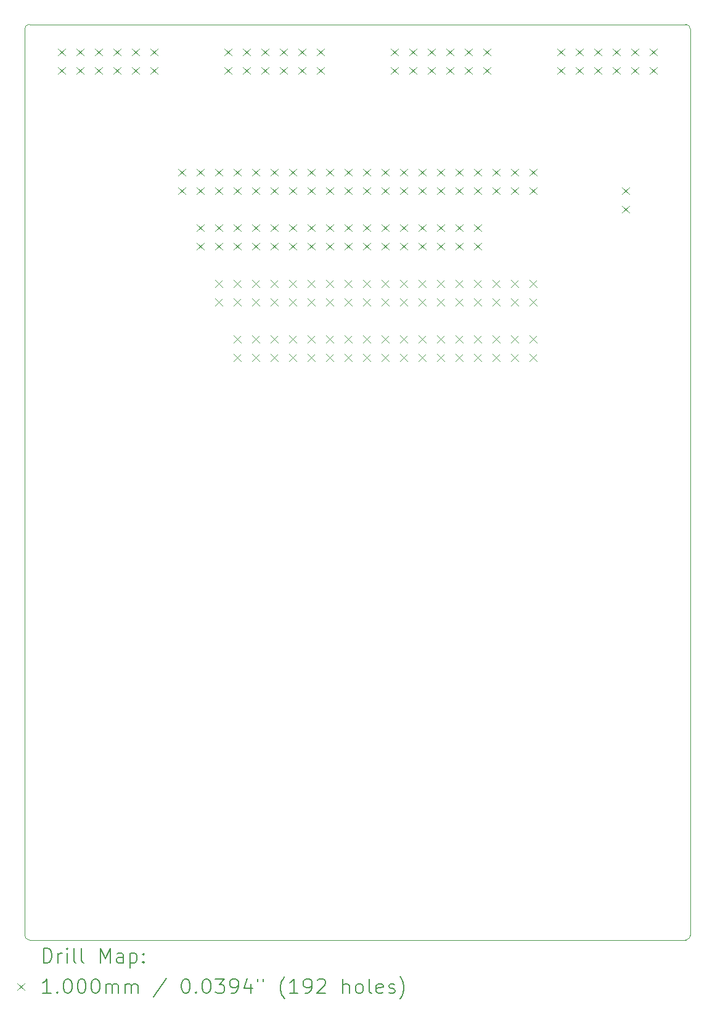
<source format=gbr>
%TF.GenerationSoftware,KiCad,Pcbnew,7.0.11-7.0.11~ubuntu20.04.1*%
%TF.CreationDate,2024-08-20T17:51:46+02:00*%
%TF.ProjectId,kicad-kria-pmod-alinx,6b696361-642d-46b7-9269-612d706d6f64,1.0*%
%TF.SameCoordinates,Original*%
%TF.FileFunction,Drillmap*%
%TF.FilePolarity,Positive*%
%FSLAX45Y45*%
G04 Gerber Fmt 4.5, Leading zero omitted, Abs format (unit mm)*
G04 Created by KiCad (PCBNEW 7.0.11-7.0.11~ubuntu20.04.1) date 2024-08-20 17:51:46*
%MOMM*%
%LPD*%
G01*
G04 APERTURE LIST*
%ADD10C,0.050000*%
%ADD11C,0.200000*%
%ADD12C,0.100000*%
G04 APERTURE END LIST*
D10*
X16193500Y-14986500D02*
G75*
G03*
X16257000Y-14923000I0J63500D01*
G01*
X7113000Y-14923000D02*
G75*
G03*
X7176500Y-14986500I63500J0D01*
G01*
X7176500Y-2413500D02*
G75*
G03*
X7113000Y-2477000I0J-63500D01*
G01*
X16257000Y-2477000D02*
G75*
G03*
X16193500Y-2413500I-63500J0D01*
G01*
X16193500Y-2413500D02*
X7176500Y-2413500D01*
X7176500Y-14986500D02*
X16193500Y-14986500D01*
X16257000Y-14923000D02*
X16257000Y-2477000D01*
X7113000Y-2477000D02*
X7113000Y-14923000D01*
D11*
D12*
X7570500Y-2744500D02*
X7670500Y-2844500D01*
X7670500Y-2744500D02*
X7570500Y-2844500D01*
X7570500Y-2998500D02*
X7670500Y-3098500D01*
X7670500Y-2998500D02*
X7570500Y-3098500D01*
X7824500Y-2744500D02*
X7924500Y-2844500D01*
X7924500Y-2744500D02*
X7824500Y-2844500D01*
X7824500Y-2998500D02*
X7924500Y-3098500D01*
X7924500Y-2998500D02*
X7824500Y-3098500D01*
X8078500Y-2744500D02*
X8178500Y-2844500D01*
X8178500Y-2744500D02*
X8078500Y-2844500D01*
X8078500Y-2998500D02*
X8178500Y-3098500D01*
X8178500Y-2998500D02*
X8078500Y-3098500D01*
X8332500Y-2744500D02*
X8432500Y-2844500D01*
X8432500Y-2744500D02*
X8332500Y-2844500D01*
X8332500Y-2998500D02*
X8432500Y-3098500D01*
X8432500Y-2998500D02*
X8332500Y-3098500D01*
X8586500Y-2744500D02*
X8686500Y-2844500D01*
X8686500Y-2744500D02*
X8586500Y-2844500D01*
X8586500Y-2998500D02*
X8686500Y-3098500D01*
X8686500Y-2998500D02*
X8586500Y-3098500D01*
X8840500Y-2744500D02*
X8940500Y-2844500D01*
X8940500Y-2744500D02*
X8840500Y-2844500D01*
X8840500Y-2998500D02*
X8940500Y-3098500D01*
X8940500Y-2998500D02*
X8840500Y-3098500D01*
X9222000Y-4395500D02*
X9322000Y-4495500D01*
X9322000Y-4395500D02*
X9222000Y-4495500D01*
X9222000Y-4649500D02*
X9322000Y-4749500D01*
X9322000Y-4649500D02*
X9222000Y-4749500D01*
X9476000Y-4395500D02*
X9576000Y-4495500D01*
X9576000Y-4395500D02*
X9476000Y-4495500D01*
X9476000Y-4649500D02*
X9576000Y-4749500D01*
X9576000Y-4649500D02*
X9476000Y-4749500D01*
X9476000Y-5157500D02*
X9576000Y-5257500D01*
X9576000Y-5157500D02*
X9476000Y-5257500D01*
X9476000Y-5411500D02*
X9576000Y-5511500D01*
X9576000Y-5411500D02*
X9476000Y-5511500D01*
X9730000Y-4395500D02*
X9830000Y-4495500D01*
X9830000Y-4395500D02*
X9730000Y-4495500D01*
X9730000Y-4649500D02*
X9830000Y-4749500D01*
X9830000Y-4649500D02*
X9730000Y-4749500D01*
X9730000Y-5157500D02*
X9830000Y-5257500D01*
X9830000Y-5157500D02*
X9730000Y-5257500D01*
X9730000Y-5411500D02*
X9830000Y-5511500D01*
X9830000Y-5411500D02*
X9730000Y-5511500D01*
X9730000Y-5920000D02*
X9830000Y-6020000D01*
X9830000Y-5920000D02*
X9730000Y-6020000D01*
X9730000Y-6174000D02*
X9830000Y-6274000D01*
X9830000Y-6174000D02*
X9730000Y-6274000D01*
X9856500Y-2744500D02*
X9956500Y-2844500D01*
X9956500Y-2744500D02*
X9856500Y-2844500D01*
X9856500Y-2998500D02*
X9956500Y-3098500D01*
X9956500Y-2998500D02*
X9856500Y-3098500D01*
X9984000Y-4395500D02*
X10084000Y-4495500D01*
X10084000Y-4395500D02*
X9984000Y-4495500D01*
X9984000Y-4649500D02*
X10084000Y-4749500D01*
X10084000Y-4649500D02*
X9984000Y-4749500D01*
X9984000Y-5157500D02*
X10084000Y-5257500D01*
X10084000Y-5157500D02*
X9984000Y-5257500D01*
X9984000Y-5411500D02*
X10084000Y-5511500D01*
X10084000Y-5411500D02*
X9984000Y-5511500D01*
X9984000Y-5920000D02*
X10084000Y-6020000D01*
X10084000Y-5920000D02*
X9984000Y-6020000D01*
X9984000Y-6174000D02*
X10084000Y-6274000D01*
X10084000Y-6174000D02*
X9984000Y-6274000D01*
X9984000Y-6682000D02*
X10084000Y-6782000D01*
X10084000Y-6682000D02*
X9984000Y-6782000D01*
X9984000Y-6936000D02*
X10084000Y-7036000D01*
X10084000Y-6936000D02*
X9984000Y-7036000D01*
X10110500Y-2744500D02*
X10210500Y-2844500D01*
X10210500Y-2744500D02*
X10110500Y-2844500D01*
X10110500Y-2998500D02*
X10210500Y-3098500D01*
X10210500Y-2998500D02*
X10110500Y-3098500D01*
X10238000Y-4395500D02*
X10338000Y-4495500D01*
X10338000Y-4395500D02*
X10238000Y-4495500D01*
X10238000Y-4649500D02*
X10338000Y-4749500D01*
X10338000Y-4649500D02*
X10238000Y-4749500D01*
X10238000Y-5157500D02*
X10338000Y-5257500D01*
X10338000Y-5157500D02*
X10238000Y-5257500D01*
X10238000Y-5411500D02*
X10338000Y-5511500D01*
X10338000Y-5411500D02*
X10238000Y-5511500D01*
X10238000Y-5920000D02*
X10338000Y-6020000D01*
X10338000Y-5920000D02*
X10238000Y-6020000D01*
X10238000Y-6174000D02*
X10338000Y-6274000D01*
X10338000Y-6174000D02*
X10238000Y-6274000D01*
X10238000Y-6682000D02*
X10338000Y-6782000D01*
X10338000Y-6682000D02*
X10238000Y-6782000D01*
X10238000Y-6936000D02*
X10338000Y-7036000D01*
X10338000Y-6936000D02*
X10238000Y-7036000D01*
X10364500Y-2744500D02*
X10464500Y-2844500D01*
X10464500Y-2744500D02*
X10364500Y-2844500D01*
X10364500Y-2998500D02*
X10464500Y-3098500D01*
X10464500Y-2998500D02*
X10364500Y-3098500D01*
X10492000Y-4395500D02*
X10592000Y-4495500D01*
X10592000Y-4395500D02*
X10492000Y-4495500D01*
X10492000Y-4649500D02*
X10592000Y-4749500D01*
X10592000Y-4649500D02*
X10492000Y-4749500D01*
X10492000Y-5157500D02*
X10592000Y-5257500D01*
X10592000Y-5157500D02*
X10492000Y-5257500D01*
X10492000Y-5411500D02*
X10592000Y-5511500D01*
X10592000Y-5411500D02*
X10492000Y-5511500D01*
X10492000Y-5920000D02*
X10592000Y-6020000D01*
X10592000Y-5920000D02*
X10492000Y-6020000D01*
X10492000Y-6174000D02*
X10592000Y-6274000D01*
X10592000Y-6174000D02*
X10492000Y-6274000D01*
X10492000Y-6682000D02*
X10592000Y-6782000D01*
X10592000Y-6682000D02*
X10492000Y-6782000D01*
X10492000Y-6936000D02*
X10592000Y-7036000D01*
X10592000Y-6936000D02*
X10492000Y-7036000D01*
X10618500Y-2744500D02*
X10718500Y-2844500D01*
X10718500Y-2744500D02*
X10618500Y-2844500D01*
X10618500Y-2998500D02*
X10718500Y-3098500D01*
X10718500Y-2998500D02*
X10618500Y-3098500D01*
X10746000Y-4395500D02*
X10846000Y-4495500D01*
X10846000Y-4395500D02*
X10746000Y-4495500D01*
X10746000Y-4649500D02*
X10846000Y-4749500D01*
X10846000Y-4649500D02*
X10746000Y-4749500D01*
X10746000Y-5157500D02*
X10846000Y-5257500D01*
X10846000Y-5157500D02*
X10746000Y-5257500D01*
X10746000Y-5411500D02*
X10846000Y-5511500D01*
X10846000Y-5411500D02*
X10746000Y-5511500D01*
X10746000Y-5920000D02*
X10846000Y-6020000D01*
X10846000Y-5920000D02*
X10746000Y-6020000D01*
X10746000Y-6174000D02*
X10846000Y-6274000D01*
X10846000Y-6174000D02*
X10746000Y-6274000D01*
X10746000Y-6682000D02*
X10846000Y-6782000D01*
X10846000Y-6682000D02*
X10746000Y-6782000D01*
X10746000Y-6936000D02*
X10846000Y-7036000D01*
X10846000Y-6936000D02*
X10746000Y-7036000D01*
X10872500Y-2744500D02*
X10972500Y-2844500D01*
X10972500Y-2744500D02*
X10872500Y-2844500D01*
X10872500Y-2998500D02*
X10972500Y-3098500D01*
X10972500Y-2998500D02*
X10872500Y-3098500D01*
X11000000Y-4395500D02*
X11100000Y-4495500D01*
X11100000Y-4395500D02*
X11000000Y-4495500D01*
X11000000Y-4649500D02*
X11100000Y-4749500D01*
X11100000Y-4649500D02*
X11000000Y-4749500D01*
X11000000Y-5157500D02*
X11100000Y-5257500D01*
X11100000Y-5157500D02*
X11000000Y-5257500D01*
X11000000Y-5411500D02*
X11100000Y-5511500D01*
X11100000Y-5411500D02*
X11000000Y-5511500D01*
X11000000Y-5920000D02*
X11100000Y-6020000D01*
X11100000Y-5920000D02*
X11000000Y-6020000D01*
X11000000Y-6174000D02*
X11100000Y-6274000D01*
X11100000Y-6174000D02*
X11000000Y-6274000D01*
X11000000Y-6682000D02*
X11100000Y-6782000D01*
X11100000Y-6682000D02*
X11000000Y-6782000D01*
X11000000Y-6936000D02*
X11100000Y-7036000D01*
X11100000Y-6936000D02*
X11000000Y-7036000D01*
X11126500Y-2744500D02*
X11226500Y-2844500D01*
X11226500Y-2744500D02*
X11126500Y-2844500D01*
X11126500Y-2998500D02*
X11226500Y-3098500D01*
X11226500Y-2998500D02*
X11126500Y-3098500D01*
X11254000Y-4395500D02*
X11354000Y-4495500D01*
X11354000Y-4395500D02*
X11254000Y-4495500D01*
X11254000Y-4649500D02*
X11354000Y-4749500D01*
X11354000Y-4649500D02*
X11254000Y-4749500D01*
X11254000Y-5157500D02*
X11354000Y-5257500D01*
X11354000Y-5157500D02*
X11254000Y-5257500D01*
X11254000Y-5411500D02*
X11354000Y-5511500D01*
X11354000Y-5411500D02*
X11254000Y-5511500D01*
X11254000Y-5920000D02*
X11354000Y-6020000D01*
X11354000Y-5920000D02*
X11254000Y-6020000D01*
X11254000Y-6174000D02*
X11354000Y-6274000D01*
X11354000Y-6174000D02*
X11254000Y-6274000D01*
X11254000Y-6682000D02*
X11354000Y-6782000D01*
X11354000Y-6682000D02*
X11254000Y-6782000D01*
X11254000Y-6936000D02*
X11354000Y-7036000D01*
X11354000Y-6936000D02*
X11254000Y-7036000D01*
X11508000Y-4395500D02*
X11608000Y-4495500D01*
X11608000Y-4395500D02*
X11508000Y-4495500D01*
X11508000Y-4649500D02*
X11608000Y-4749500D01*
X11608000Y-4649500D02*
X11508000Y-4749500D01*
X11508000Y-5157500D02*
X11608000Y-5257500D01*
X11608000Y-5157500D02*
X11508000Y-5257500D01*
X11508000Y-5411500D02*
X11608000Y-5511500D01*
X11608000Y-5411500D02*
X11508000Y-5511500D01*
X11508000Y-5920000D02*
X11608000Y-6020000D01*
X11608000Y-5920000D02*
X11508000Y-6020000D01*
X11508000Y-6174000D02*
X11608000Y-6274000D01*
X11608000Y-6174000D02*
X11508000Y-6274000D01*
X11508000Y-6682000D02*
X11608000Y-6782000D01*
X11608000Y-6682000D02*
X11508000Y-6782000D01*
X11508000Y-6936000D02*
X11608000Y-7036000D01*
X11608000Y-6936000D02*
X11508000Y-7036000D01*
X11762000Y-4395500D02*
X11862000Y-4495500D01*
X11862000Y-4395500D02*
X11762000Y-4495500D01*
X11762000Y-4649500D02*
X11862000Y-4749500D01*
X11862000Y-4649500D02*
X11762000Y-4749500D01*
X11762000Y-5157500D02*
X11862000Y-5257500D01*
X11862000Y-5157500D02*
X11762000Y-5257500D01*
X11762000Y-5411500D02*
X11862000Y-5511500D01*
X11862000Y-5411500D02*
X11762000Y-5511500D01*
X11762000Y-5920000D02*
X11862000Y-6020000D01*
X11862000Y-5920000D02*
X11762000Y-6020000D01*
X11762000Y-6174000D02*
X11862000Y-6274000D01*
X11862000Y-6174000D02*
X11762000Y-6274000D01*
X11762000Y-6682000D02*
X11862000Y-6782000D01*
X11862000Y-6682000D02*
X11762000Y-6782000D01*
X11762000Y-6936000D02*
X11862000Y-7036000D01*
X11862000Y-6936000D02*
X11762000Y-7036000D01*
X12016000Y-4395500D02*
X12116000Y-4495500D01*
X12116000Y-4395500D02*
X12016000Y-4495500D01*
X12016000Y-4649500D02*
X12116000Y-4749500D01*
X12116000Y-4649500D02*
X12016000Y-4749500D01*
X12016000Y-5157500D02*
X12116000Y-5257500D01*
X12116000Y-5157500D02*
X12016000Y-5257500D01*
X12016000Y-5411500D02*
X12116000Y-5511500D01*
X12116000Y-5411500D02*
X12016000Y-5511500D01*
X12016000Y-5920000D02*
X12116000Y-6020000D01*
X12116000Y-5920000D02*
X12016000Y-6020000D01*
X12016000Y-6174000D02*
X12116000Y-6274000D01*
X12116000Y-6174000D02*
X12016000Y-6274000D01*
X12016000Y-6682000D02*
X12116000Y-6782000D01*
X12116000Y-6682000D02*
X12016000Y-6782000D01*
X12016000Y-6936000D02*
X12116000Y-7036000D01*
X12116000Y-6936000D02*
X12016000Y-7036000D01*
X12142500Y-2744500D02*
X12242500Y-2844500D01*
X12242500Y-2744500D02*
X12142500Y-2844500D01*
X12142500Y-2998500D02*
X12242500Y-3098500D01*
X12242500Y-2998500D02*
X12142500Y-3098500D01*
X12270000Y-4395500D02*
X12370000Y-4495500D01*
X12370000Y-4395500D02*
X12270000Y-4495500D01*
X12270000Y-4649500D02*
X12370000Y-4749500D01*
X12370000Y-4649500D02*
X12270000Y-4749500D01*
X12270000Y-5157500D02*
X12370000Y-5257500D01*
X12370000Y-5157500D02*
X12270000Y-5257500D01*
X12270000Y-5411500D02*
X12370000Y-5511500D01*
X12370000Y-5411500D02*
X12270000Y-5511500D01*
X12270000Y-5920000D02*
X12370000Y-6020000D01*
X12370000Y-5920000D02*
X12270000Y-6020000D01*
X12270000Y-6174000D02*
X12370000Y-6274000D01*
X12370000Y-6174000D02*
X12270000Y-6274000D01*
X12270000Y-6682000D02*
X12370000Y-6782000D01*
X12370000Y-6682000D02*
X12270000Y-6782000D01*
X12270000Y-6936000D02*
X12370000Y-7036000D01*
X12370000Y-6936000D02*
X12270000Y-7036000D01*
X12396500Y-2744500D02*
X12496500Y-2844500D01*
X12496500Y-2744500D02*
X12396500Y-2844500D01*
X12396500Y-2998500D02*
X12496500Y-3098500D01*
X12496500Y-2998500D02*
X12396500Y-3098500D01*
X12524000Y-4395500D02*
X12624000Y-4495500D01*
X12624000Y-4395500D02*
X12524000Y-4495500D01*
X12524000Y-4649500D02*
X12624000Y-4749500D01*
X12624000Y-4649500D02*
X12524000Y-4749500D01*
X12524000Y-5157500D02*
X12624000Y-5257500D01*
X12624000Y-5157500D02*
X12524000Y-5257500D01*
X12524000Y-5411500D02*
X12624000Y-5511500D01*
X12624000Y-5411500D02*
X12524000Y-5511500D01*
X12524000Y-5920000D02*
X12624000Y-6020000D01*
X12624000Y-5920000D02*
X12524000Y-6020000D01*
X12524000Y-6174000D02*
X12624000Y-6274000D01*
X12624000Y-6174000D02*
X12524000Y-6274000D01*
X12524000Y-6682000D02*
X12624000Y-6782000D01*
X12624000Y-6682000D02*
X12524000Y-6782000D01*
X12524000Y-6936000D02*
X12624000Y-7036000D01*
X12624000Y-6936000D02*
X12524000Y-7036000D01*
X12650500Y-2744500D02*
X12750500Y-2844500D01*
X12750500Y-2744500D02*
X12650500Y-2844500D01*
X12650500Y-2998500D02*
X12750500Y-3098500D01*
X12750500Y-2998500D02*
X12650500Y-3098500D01*
X12778000Y-4395500D02*
X12878000Y-4495500D01*
X12878000Y-4395500D02*
X12778000Y-4495500D01*
X12778000Y-4649500D02*
X12878000Y-4749500D01*
X12878000Y-4649500D02*
X12778000Y-4749500D01*
X12778000Y-5157500D02*
X12878000Y-5257500D01*
X12878000Y-5157500D02*
X12778000Y-5257500D01*
X12778000Y-5411500D02*
X12878000Y-5511500D01*
X12878000Y-5411500D02*
X12778000Y-5511500D01*
X12778000Y-5920000D02*
X12878000Y-6020000D01*
X12878000Y-5920000D02*
X12778000Y-6020000D01*
X12778000Y-6174000D02*
X12878000Y-6274000D01*
X12878000Y-6174000D02*
X12778000Y-6274000D01*
X12778000Y-6682000D02*
X12878000Y-6782000D01*
X12878000Y-6682000D02*
X12778000Y-6782000D01*
X12778000Y-6936000D02*
X12878000Y-7036000D01*
X12878000Y-6936000D02*
X12778000Y-7036000D01*
X12904500Y-2744500D02*
X13004500Y-2844500D01*
X13004500Y-2744500D02*
X12904500Y-2844500D01*
X12904500Y-2998500D02*
X13004500Y-3098500D01*
X13004500Y-2998500D02*
X12904500Y-3098500D01*
X13032000Y-4395500D02*
X13132000Y-4495500D01*
X13132000Y-4395500D02*
X13032000Y-4495500D01*
X13032000Y-4649500D02*
X13132000Y-4749500D01*
X13132000Y-4649500D02*
X13032000Y-4749500D01*
X13032000Y-5157500D02*
X13132000Y-5257500D01*
X13132000Y-5157500D02*
X13032000Y-5257500D01*
X13032000Y-5411500D02*
X13132000Y-5511500D01*
X13132000Y-5411500D02*
X13032000Y-5511500D01*
X13032000Y-5920000D02*
X13132000Y-6020000D01*
X13132000Y-5920000D02*
X13032000Y-6020000D01*
X13032000Y-6174000D02*
X13132000Y-6274000D01*
X13132000Y-6174000D02*
X13032000Y-6274000D01*
X13032000Y-6682000D02*
X13132000Y-6782000D01*
X13132000Y-6682000D02*
X13032000Y-6782000D01*
X13032000Y-6936000D02*
X13132000Y-7036000D01*
X13132000Y-6936000D02*
X13032000Y-7036000D01*
X13158500Y-2744500D02*
X13258500Y-2844500D01*
X13258500Y-2744500D02*
X13158500Y-2844500D01*
X13158500Y-2998500D02*
X13258500Y-3098500D01*
X13258500Y-2998500D02*
X13158500Y-3098500D01*
X13286000Y-4395500D02*
X13386000Y-4495500D01*
X13386000Y-4395500D02*
X13286000Y-4495500D01*
X13286000Y-4649500D02*
X13386000Y-4749500D01*
X13386000Y-4649500D02*
X13286000Y-4749500D01*
X13286000Y-5157500D02*
X13386000Y-5257500D01*
X13386000Y-5157500D02*
X13286000Y-5257500D01*
X13286000Y-5411500D02*
X13386000Y-5511500D01*
X13386000Y-5411500D02*
X13286000Y-5511500D01*
X13286000Y-5920000D02*
X13386000Y-6020000D01*
X13386000Y-5920000D02*
X13286000Y-6020000D01*
X13286000Y-6174000D02*
X13386000Y-6274000D01*
X13386000Y-6174000D02*
X13286000Y-6274000D01*
X13286000Y-6682000D02*
X13386000Y-6782000D01*
X13386000Y-6682000D02*
X13286000Y-6782000D01*
X13286000Y-6936000D02*
X13386000Y-7036000D01*
X13386000Y-6936000D02*
X13286000Y-7036000D01*
X13412500Y-2744500D02*
X13512500Y-2844500D01*
X13512500Y-2744500D02*
X13412500Y-2844500D01*
X13412500Y-2998500D02*
X13512500Y-3098500D01*
X13512500Y-2998500D02*
X13412500Y-3098500D01*
X13540000Y-4395500D02*
X13640000Y-4495500D01*
X13640000Y-4395500D02*
X13540000Y-4495500D01*
X13540000Y-4649500D02*
X13640000Y-4749500D01*
X13640000Y-4649500D02*
X13540000Y-4749500D01*
X13540000Y-5920000D02*
X13640000Y-6020000D01*
X13640000Y-5920000D02*
X13540000Y-6020000D01*
X13540000Y-6174000D02*
X13640000Y-6274000D01*
X13640000Y-6174000D02*
X13540000Y-6274000D01*
X13540000Y-6682000D02*
X13640000Y-6782000D01*
X13640000Y-6682000D02*
X13540000Y-6782000D01*
X13540000Y-6936000D02*
X13640000Y-7036000D01*
X13640000Y-6936000D02*
X13540000Y-7036000D01*
X13794000Y-4395500D02*
X13894000Y-4495500D01*
X13894000Y-4395500D02*
X13794000Y-4495500D01*
X13794000Y-4649500D02*
X13894000Y-4749500D01*
X13894000Y-4649500D02*
X13794000Y-4749500D01*
X13794000Y-5920000D02*
X13894000Y-6020000D01*
X13894000Y-5920000D02*
X13794000Y-6020000D01*
X13794000Y-6174000D02*
X13894000Y-6274000D01*
X13894000Y-6174000D02*
X13794000Y-6274000D01*
X13794000Y-6682000D02*
X13894000Y-6782000D01*
X13894000Y-6682000D02*
X13794000Y-6782000D01*
X13794000Y-6936000D02*
X13894000Y-7036000D01*
X13894000Y-6936000D02*
X13794000Y-7036000D01*
X14048000Y-4395500D02*
X14148000Y-4495500D01*
X14148000Y-4395500D02*
X14048000Y-4495500D01*
X14048000Y-4649500D02*
X14148000Y-4749500D01*
X14148000Y-4649500D02*
X14048000Y-4749500D01*
X14048000Y-5920000D02*
X14148000Y-6020000D01*
X14148000Y-5920000D02*
X14048000Y-6020000D01*
X14048000Y-6174000D02*
X14148000Y-6274000D01*
X14148000Y-6174000D02*
X14048000Y-6274000D01*
X14048000Y-6682000D02*
X14148000Y-6782000D01*
X14148000Y-6682000D02*
X14048000Y-6782000D01*
X14048000Y-6936000D02*
X14148000Y-7036000D01*
X14148000Y-6936000D02*
X14048000Y-7036000D01*
X14428500Y-2744500D02*
X14528500Y-2844500D01*
X14528500Y-2744500D02*
X14428500Y-2844500D01*
X14428500Y-2998500D02*
X14528500Y-3098500D01*
X14528500Y-2998500D02*
X14428500Y-3098500D01*
X14682500Y-2744500D02*
X14782500Y-2844500D01*
X14782500Y-2744500D02*
X14682500Y-2844500D01*
X14682500Y-2998500D02*
X14782500Y-3098500D01*
X14782500Y-2998500D02*
X14682500Y-3098500D01*
X14936500Y-2744500D02*
X15036500Y-2844500D01*
X15036500Y-2744500D02*
X14936500Y-2844500D01*
X14936500Y-2998500D02*
X15036500Y-3098500D01*
X15036500Y-2998500D02*
X14936500Y-3098500D01*
X15190500Y-2744500D02*
X15290500Y-2844500D01*
X15290500Y-2744500D02*
X15190500Y-2844500D01*
X15190500Y-2998500D02*
X15290500Y-3098500D01*
X15290500Y-2998500D02*
X15190500Y-3098500D01*
X15318000Y-4649500D02*
X15418000Y-4749500D01*
X15418000Y-4649500D02*
X15318000Y-4749500D01*
X15318000Y-4903500D02*
X15418000Y-5003500D01*
X15418000Y-4903500D02*
X15318000Y-5003500D01*
X15444500Y-2744500D02*
X15544500Y-2844500D01*
X15544500Y-2744500D02*
X15444500Y-2844500D01*
X15444500Y-2998500D02*
X15544500Y-3098500D01*
X15544500Y-2998500D02*
X15444500Y-3098500D01*
X15698500Y-2744500D02*
X15798500Y-2844500D01*
X15798500Y-2744500D02*
X15698500Y-2844500D01*
X15698500Y-2998500D02*
X15798500Y-3098500D01*
X15798500Y-2998500D02*
X15698500Y-3098500D01*
D11*
X7371277Y-15300484D02*
X7371277Y-15100484D01*
X7371277Y-15100484D02*
X7418896Y-15100484D01*
X7418896Y-15100484D02*
X7447467Y-15110008D01*
X7447467Y-15110008D02*
X7466515Y-15129055D01*
X7466515Y-15129055D02*
X7476039Y-15148103D01*
X7476039Y-15148103D02*
X7485562Y-15186198D01*
X7485562Y-15186198D02*
X7485562Y-15214769D01*
X7485562Y-15214769D02*
X7476039Y-15252865D01*
X7476039Y-15252865D02*
X7466515Y-15271912D01*
X7466515Y-15271912D02*
X7447467Y-15290960D01*
X7447467Y-15290960D02*
X7418896Y-15300484D01*
X7418896Y-15300484D02*
X7371277Y-15300484D01*
X7571277Y-15300484D02*
X7571277Y-15167150D01*
X7571277Y-15205246D02*
X7580801Y-15186198D01*
X7580801Y-15186198D02*
X7590324Y-15176674D01*
X7590324Y-15176674D02*
X7609372Y-15167150D01*
X7609372Y-15167150D02*
X7628420Y-15167150D01*
X7695086Y-15300484D02*
X7695086Y-15167150D01*
X7695086Y-15100484D02*
X7685562Y-15110008D01*
X7685562Y-15110008D02*
X7695086Y-15119531D01*
X7695086Y-15119531D02*
X7704610Y-15110008D01*
X7704610Y-15110008D02*
X7695086Y-15100484D01*
X7695086Y-15100484D02*
X7695086Y-15119531D01*
X7818896Y-15300484D02*
X7799848Y-15290960D01*
X7799848Y-15290960D02*
X7790324Y-15271912D01*
X7790324Y-15271912D02*
X7790324Y-15100484D01*
X7923658Y-15300484D02*
X7904610Y-15290960D01*
X7904610Y-15290960D02*
X7895086Y-15271912D01*
X7895086Y-15271912D02*
X7895086Y-15100484D01*
X8152229Y-15300484D02*
X8152229Y-15100484D01*
X8152229Y-15100484D02*
X8218896Y-15243341D01*
X8218896Y-15243341D02*
X8285562Y-15100484D01*
X8285562Y-15100484D02*
X8285562Y-15300484D01*
X8466515Y-15300484D02*
X8466515Y-15195722D01*
X8466515Y-15195722D02*
X8456991Y-15176674D01*
X8456991Y-15176674D02*
X8437944Y-15167150D01*
X8437944Y-15167150D02*
X8399848Y-15167150D01*
X8399848Y-15167150D02*
X8380801Y-15176674D01*
X8466515Y-15290960D02*
X8447467Y-15300484D01*
X8447467Y-15300484D02*
X8399848Y-15300484D01*
X8399848Y-15300484D02*
X8380801Y-15290960D01*
X8380801Y-15290960D02*
X8371277Y-15271912D01*
X8371277Y-15271912D02*
X8371277Y-15252865D01*
X8371277Y-15252865D02*
X8380801Y-15233817D01*
X8380801Y-15233817D02*
X8399848Y-15224293D01*
X8399848Y-15224293D02*
X8447467Y-15224293D01*
X8447467Y-15224293D02*
X8466515Y-15214769D01*
X8561753Y-15167150D02*
X8561753Y-15367150D01*
X8561753Y-15176674D02*
X8580801Y-15167150D01*
X8580801Y-15167150D02*
X8618896Y-15167150D01*
X8618896Y-15167150D02*
X8637944Y-15176674D01*
X8637944Y-15176674D02*
X8647467Y-15186198D01*
X8647467Y-15186198D02*
X8656991Y-15205246D01*
X8656991Y-15205246D02*
X8656991Y-15262388D01*
X8656991Y-15262388D02*
X8647467Y-15281436D01*
X8647467Y-15281436D02*
X8637944Y-15290960D01*
X8637944Y-15290960D02*
X8618896Y-15300484D01*
X8618896Y-15300484D02*
X8580801Y-15300484D01*
X8580801Y-15300484D02*
X8561753Y-15290960D01*
X8742705Y-15281436D02*
X8752229Y-15290960D01*
X8752229Y-15290960D02*
X8742705Y-15300484D01*
X8742705Y-15300484D02*
X8733182Y-15290960D01*
X8733182Y-15290960D02*
X8742705Y-15281436D01*
X8742705Y-15281436D02*
X8742705Y-15300484D01*
X8742705Y-15176674D02*
X8752229Y-15186198D01*
X8752229Y-15186198D02*
X8742705Y-15195722D01*
X8742705Y-15195722D02*
X8733182Y-15186198D01*
X8733182Y-15186198D02*
X8742705Y-15176674D01*
X8742705Y-15176674D02*
X8742705Y-15195722D01*
D12*
X7010500Y-15579000D02*
X7110500Y-15679000D01*
X7110500Y-15579000D02*
X7010500Y-15679000D01*
D11*
X7476039Y-15720484D02*
X7361753Y-15720484D01*
X7418896Y-15720484D02*
X7418896Y-15520484D01*
X7418896Y-15520484D02*
X7399848Y-15549055D01*
X7399848Y-15549055D02*
X7380801Y-15568103D01*
X7380801Y-15568103D02*
X7361753Y-15577627D01*
X7561753Y-15701436D02*
X7571277Y-15710960D01*
X7571277Y-15710960D02*
X7561753Y-15720484D01*
X7561753Y-15720484D02*
X7552229Y-15710960D01*
X7552229Y-15710960D02*
X7561753Y-15701436D01*
X7561753Y-15701436D02*
X7561753Y-15720484D01*
X7695086Y-15520484D02*
X7714134Y-15520484D01*
X7714134Y-15520484D02*
X7733182Y-15530008D01*
X7733182Y-15530008D02*
X7742705Y-15539531D01*
X7742705Y-15539531D02*
X7752229Y-15558579D01*
X7752229Y-15558579D02*
X7761753Y-15596674D01*
X7761753Y-15596674D02*
X7761753Y-15644293D01*
X7761753Y-15644293D02*
X7752229Y-15682388D01*
X7752229Y-15682388D02*
X7742705Y-15701436D01*
X7742705Y-15701436D02*
X7733182Y-15710960D01*
X7733182Y-15710960D02*
X7714134Y-15720484D01*
X7714134Y-15720484D02*
X7695086Y-15720484D01*
X7695086Y-15720484D02*
X7676039Y-15710960D01*
X7676039Y-15710960D02*
X7666515Y-15701436D01*
X7666515Y-15701436D02*
X7656991Y-15682388D01*
X7656991Y-15682388D02*
X7647467Y-15644293D01*
X7647467Y-15644293D02*
X7647467Y-15596674D01*
X7647467Y-15596674D02*
X7656991Y-15558579D01*
X7656991Y-15558579D02*
X7666515Y-15539531D01*
X7666515Y-15539531D02*
X7676039Y-15530008D01*
X7676039Y-15530008D02*
X7695086Y-15520484D01*
X7885562Y-15520484D02*
X7904610Y-15520484D01*
X7904610Y-15520484D02*
X7923658Y-15530008D01*
X7923658Y-15530008D02*
X7933182Y-15539531D01*
X7933182Y-15539531D02*
X7942705Y-15558579D01*
X7942705Y-15558579D02*
X7952229Y-15596674D01*
X7952229Y-15596674D02*
X7952229Y-15644293D01*
X7952229Y-15644293D02*
X7942705Y-15682388D01*
X7942705Y-15682388D02*
X7933182Y-15701436D01*
X7933182Y-15701436D02*
X7923658Y-15710960D01*
X7923658Y-15710960D02*
X7904610Y-15720484D01*
X7904610Y-15720484D02*
X7885562Y-15720484D01*
X7885562Y-15720484D02*
X7866515Y-15710960D01*
X7866515Y-15710960D02*
X7856991Y-15701436D01*
X7856991Y-15701436D02*
X7847467Y-15682388D01*
X7847467Y-15682388D02*
X7837943Y-15644293D01*
X7837943Y-15644293D02*
X7837943Y-15596674D01*
X7837943Y-15596674D02*
X7847467Y-15558579D01*
X7847467Y-15558579D02*
X7856991Y-15539531D01*
X7856991Y-15539531D02*
X7866515Y-15530008D01*
X7866515Y-15530008D02*
X7885562Y-15520484D01*
X8076039Y-15520484D02*
X8095086Y-15520484D01*
X8095086Y-15520484D02*
X8114134Y-15530008D01*
X8114134Y-15530008D02*
X8123658Y-15539531D01*
X8123658Y-15539531D02*
X8133182Y-15558579D01*
X8133182Y-15558579D02*
X8142705Y-15596674D01*
X8142705Y-15596674D02*
X8142705Y-15644293D01*
X8142705Y-15644293D02*
X8133182Y-15682388D01*
X8133182Y-15682388D02*
X8123658Y-15701436D01*
X8123658Y-15701436D02*
X8114134Y-15710960D01*
X8114134Y-15710960D02*
X8095086Y-15720484D01*
X8095086Y-15720484D02*
X8076039Y-15720484D01*
X8076039Y-15720484D02*
X8056991Y-15710960D01*
X8056991Y-15710960D02*
X8047467Y-15701436D01*
X8047467Y-15701436D02*
X8037943Y-15682388D01*
X8037943Y-15682388D02*
X8028420Y-15644293D01*
X8028420Y-15644293D02*
X8028420Y-15596674D01*
X8028420Y-15596674D02*
X8037943Y-15558579D01*
X8037943Y-15558579D02*
X8047467Y-15539531D01*
X8047467Y-15539531D02*
X8056991Y-15530008D01*
X8056991Y-15530008D02*
X8076039Y-15520484D01*
X8228420Y-15720484D02*
X8228420Y-15587150D01*
X8228420Y-15606198D02*
X8237943Y-15596674D01*
X8237943Y-15596674D02*
X8256991Y-15587150D01*
X8256991Y-15587150D02*
X8285563Y-15587150D01*
X8285563Y-15587150D02*
X8304610Y-15596674D01*
X8304610Y-15596674D02*
X8314134Y-15615722D01*
X8314134Y-15615722D02*
X8314134Y-15720484D01*
X8314134Y-15615722D02*
X8323658Y-15596674D01*
X8323658Y-15596674D02*
X8342705Y-15587150D01*
X8342705Y-15587150D02*
X8371277Y-15587150D01*
X8371277Y-15587150D02*
X8390325Y-15596674D01*
X8390325Y-15596674D02*
X8399848Y-15615722D01*
X8399848Y-15615722D02*
X8399848Y-15720484D01*
X8495086Y-15720484D02*
X8495086Y-15587150D01*
X8495086Y-15606198D02*
X8504610Y-15596674D01*
X8504610Y-15596674D02*
X8523658Y-15587150D01*
X8523658Y-15587150D02*
X8552229Y-15587150D01*
X8552229Y-15587150D02*
X8571277Y-15596674D01*
X8571277Y-15596674D02*
X8580801Y-15615722D01*
X8580801Y-15615722D02*
X8580801Y-15720484D01*
X8580801Y-15615722D02*
X8590325Y-15596674D01*
X8590325Y-15596674D02*
X8609372Y-15587150D01*
X8609372Y-15587150D02*
X8637944Y-15587150D01*
X8637944Y-15587150D02*
X8656991Y-15596674D01*
X8656991Y-15596674D02*
X8666515Y-15615722D01*
X8666515Y-15615722D02*
X8666515Y-15720484D01*
X9056991Y-15510960D02*
X8885563Y-15768103D01*
X9314134Y-15520484D02*
X9333182Y-15520484D01*
X9333182Y-15520484D02*
X9352229Y-15530008D01*
X9352229Y-15530008D02*
X9361753Y-15539531D01*
X9361753Y-15539531D02*
X9371277Y-15558579D01*
X9371277Y-15558579D02*
X9380801Y-15596674D01*
X9380801Y-15596674D02*
X9380801Y-15644293D01*
X9380801Y-15644293D02*
X9371277Y-15682388D01*
X9371277Y-15682388D02*
X9361753Y-15701436D01*
X9361753Y-15701436D02*
X9352229Y-15710960D01*
X9352229Y-15710960D02*
X9333182Y-15720484D01*
X9333182Y-15720484D02*
X9314134Y-15720484D01*
X9314134Y-15720484D02*
X9295087Y-15710960D01*
X9295087Y-15710960D02*
X9285563Y-15701436D01*
X9285563Y-15701436D02*
X9276039Y-15682388D01*
X9276039Y-15682388D02*
X9266515Y-15644293D01*
X9266515Y-15644293D02*
X9266515Y-15596674D01*
X9266515Y-15596674D02*
X9276039Y-15558579D01*
X9276039Y-15558579D02*
X9285563Y-15539531D01*
X9285563Y-15539531D02*
X9295087Y-15530008D01*
X9295087Y-15530008D02*
X9314134Y-15520484D01*
X9466515Y-15701436D02*
X9476039Y-15710960D01*
X9476039Y-15710960D02*
X9466515Y-15720484D01*
X9466515Y-15720484D02*
X9456991Y-15710960D01*
X9456991Y-15710960D02*
X9466515Y-15701436D01*
X9466515Y-15701436D02*
X9466515Y-15720484D01*
X9599848Y-15520484D02*
X9618896Y-15520484D01*
X9618896Y-15520484D02*
X9637944Y-15530008D01*
X9637944Y-15530008D02*
X9647468Y-15539531D01*
X9647468Y-15539531D02*
X9656991Y-15558579D01*
X9656991Y-15558579D02*
X9666515Y-15596674D01*
X9666515Y-15596674D02*
X9666515Y-15644293D01*
X9666515Y-15644293D02*
X9656991Y-15682388D01*
X9656991Y-15682388D02*
X9647468Y-15701436D01*
X9647468Y-15701436D02*
X9637944Y-15710960D01*
X9637944Y-15710960D02*
X9618896Y-15720484D01*
X9618896Y-15720484D02*
X9599848Y-15720484D01*
X9599848Y-15720484D02*
X9580801Y-15710960D01*
X9580801Y-15710960D02*
X9571277Y-15701436D01*
X9571277Y-15701436D02*
X9561753Y-15682388D01*
X9561753Y-15682388D02*
X9552229Y-15644293D01*
X9552229Y-15644293D02*
X9552229Y-15596674D01*
X9552229Y-15596674D02*
X9561753Y-15558579D01*
X9561753Y-15558579D02*
X9571277Y-15539531D01*
X9571277Y-15539531D02*
X9580801Y-15530008D01*
X9580801Y-15530008D02*
X9599848Y-15520484D01*
X9733182Y-15520484D02*
X9856991Y-15520484D01*
X9856991Y-15520484D02*
X9790325Y-15596674D01*
X9790325Y-15596674D02*
X9818896Y-15596674D01*
X9818896Y-15596674D02*
X9837944Y-15606198D01*
X9837944Y-15606198D02*
X9847468Y-15615722D01*
X9847468Y-15615722D02*
X9856991Y-15634769D01*
X9856991Y-15634769D02*
X9856991Y-15682388D01*
X9856991Y-15682388D02*
X9847468Y-15701436D01*
X9847468Y-15701436D02*
X9837944Y-15710960D01*
X9837944Y-15710960D02*
X9818896Y-15720484D01*
X9818896Y-15720484D02*
X9761753Y-15720484D01*
X9761753Y-15720484D02*
X9742706Y-15710960D01*
X9742706Y-15710960D02*
X9733182Y-15701436D01*
X9952229Y-15720484D02*
X9990325Y-15720484D01*
X9990325Y-15720484D02*
X10009372Y-15710960D01*
X10009372Y-15710960D02*
X10018896Y-15701436D01*
X10018896Y-15701436D02*
X10037944Y-15672865D01*
X10037944Y-15672865D02*
X10047468Y-15634769D01*
X10047468Y-15634769D02*
X10047468Y-15558579D01*
X10047468Y-15558579D02*
X10037944Y-15539531D01*
X10037944Y-15539531D02*
X10028420Y-15530008D01*
X10028420Y-15530008D02*
X10009372Y-15520484D01*
X10009372Y-15520484D02*
X9971277Y-15520484D01*
X9971277Y-15520484D02*
X9952229Y-15530008D01*
X9952229Y-15530008D02*
X9942706Y-15539531D01*
X9942706Y-15539531D02*
X9933182Y-15558579D01*
X9933182Y-15558579D02*
X9933182Y-15606198D01*
X9933182Y-15606198D02*
X9942706Y-15625246D01*
X9942706Y-15625246D02*
X9952229Y-15634769D01*
X9952229Y-15634769D02*
X9971277Y-15644293D01*
X9971277Y-15644293D02*
X10009372Y-15644293D01*
X10009372Y-15644293D02*
X10028420Y-15634769D01*
X10028420Y-15634769D02*
X10037944Y-15625246D01*
X10037944Y-15625246D02*
X10047468Y-15606198D01*
X10218896Y-15587150D02*
X10218896Y-15720484D01*
X10171277Y-15510960D02*
X10123658Y-15653817D01*
X10123658Y-15653817D02*
X10247468Y-15653817D01*
X10314134Y-15520484D02*
X10314134Y-15558579D01*
X10390325Y-15520484D02*
X10390325Y-15558579D01*
X10685563Y-15796674D02*
X10676039Y-15787150D01*
X10676039Y-15787150D02*
X10656991Y-15758579D01*
X10656991Y-15758579D02*
X10647468Y-15739531D01*
X10647468Y-15739531D02*
X10637944Y-15710960D01*
X10637944Y-15710960D02*
X10628420Y-15663341D01*
X10628420Y-15663341D02*
X10628420Y-15625246D01*
X10628420Y-15625246D02*
X10637944Y-15577627D01*
X10637944Y-15577627D02*
X10647468Y-15549055D01*
X10647468Y-15549055D02*
X10656991Y-15530008D01*
X10656991Y-15530008D02*
X10676039Y-15501436D01*
X10676039Y-15501436D02*
X10685563Y-15491912D01*
X10866515Y-15720484D02*
X10752230Y-15720484D01*
X10809372Y-15720484D02*
X10809372Y-15520484D01*
X10809372Y-15520484D02*
X10790325Y-15549055D01*
X10790325Y-15549055D02*
X10771277Y-15568103D01*
X10771277Y-15568103D02*
X10752230Y-15577627D01*
X10961753Y-15720484D02*
X10999849Y-15720484D01*
X10999849Y-15720484D02*
X11018896Y-15710960D01*
X11018896Y-15710960D02*
X11028420Y-15701436D01*
X11028420Y-15701436D02*
X11047468Y-15672865D01*
X11047468Y-15672865D02*
X11056991Y-15634769D01*
X11056991Y-15634769D02*
X11056991Y-15558579D01*
X11056991Y-15558579D02*
X11047468Y-15539531D01*
X11047468Y-15539531D02*
X11037944Y-15530008D01*
X11037944Y-15530008D02*
X11018896Y-15520484D01*
X11018896Y-15520484D02*
X10980801Y-15520484D01*
X10980801Y-15520484D02*
X10961753Y-15530008D01*
X10961753Y-15530008D02*
X10952230Y-15539531D01*
X10952230Y-15539531D02*
X10942706Y-15558579D01*
X10942706Y-15558579D02*
X10942706Y-15606198D01*
X10942706Y-15606198D02*
X10952230Y-15625246D01*
X10952230Y-15625246D02*
X10961753Y-15634769D01*
X10961753Y-15634769D02*
X10980801Y-15644293D01*
X10980801Y-15644293D02*
X11018896Y-15644293D01*
X11018896Y-15644293D02*
X11037944Y-15634769D01*
X11037944Y-15634769D02*
X11047468Y-15625246D01*
X11047468Y-15625246D02*
X11056991Y-15606198D01*
X11133182Y-15539531D02*
X11142706Y-15530008D01*
X11142706Y-15530008D02*
X11161753Y-15520484D01*
X11161753Y-15520484D02*
X11209372Y-15520484D01*
X11209372Y-15520484D02*
X11228420Y-15530008D01*
X11228420Y-15530008D02*
X11237944Y-15539531D01*
X11237944Y-15539531D02*
X11247468Y-15558579D01*
X11247468Y-15558579D02*
X11247468Y-15577627D01*
X11247468Y-15577627D02*
X11237944Y-15606198D01*
X11237944Y-15606198D02*
X11123658Y-15720484D01*
X11123658Y-15720484D02*
X11247468Y-15720484D01*
X11485563Y-15720484D02*
X11485563Y-15520484D01*
X11571277Y-15720484D02*
X11571277Y-15615722D01*
X11571277Y-15615722D02*
X11561753Y-15596674D01*
X11561753Y-15596674D02*
X11542706Y-15587150D01*
X11542706Y-15587150D02*
X11514134Y-15587150D01*
X11514134Y-15587150D02*
X11495087Y-15596674D01*
X11495087Y-15596674D02*
X11485563Y-15606198D01*
X11695087Y-15720484D02*
X11676039Y-15710960D01*
X11676039Y-15710960D02*
X11666515Y-15701436D01*
X11666515Y-15701436D02*
X11656991Y-15682388D01*
X11656991Y-15682388D02*
X11656991Y-15625246D01*
X11656991Y-15625246D02*
X11666515Y-15606198D01*
X11666515Y-15606198D02*
X11676039Y-15596674D01*
X11676039Y-15596674D02*
X11695087Y-15587150D01*
X11695087Y-15587150D02*
X11723658Y-15587150D01*
X11723658Y-15587150D02*
X11742706Y-15596674D01*
X11742706Y-15596674D02*
X11752230Y-15606198D01*
X11752230Y-15606198D02*
X11761753Y-15625246D01*
X11761753Y-15625246D02*
X11761753Y-15682388D01*
X11761753Y-15682388D02*
X11752230Y-15701436D01*
X11752230Y-15701436D02*
X11742706Y-15710960D01*
X11742706Y-15710960D02*
X11723658Y-15720484D01*
X11723658Y-15720484D02*
X11695087Y-15720484D01*
X11876039Y-15720484D02*
X11856991Y-15710960D01*
X11856991Y-15710960D02*
X11847468Y-15691912D01*
X11847468Y-15691912D02*
X11847468Y-15520484D01*
X12028420Y-15710960D02*
X12009372Y-15720484D01*
X12009372Y-15720484D02*
X11971277Y-15720484D01*
X11971277Y-15720484D02*
X11952230Y-15710960D01*
X11952230Y-15710960D02*
X11942706Y-15691912D01*
X11942706Y-15691912D02*
X11942706Y-15615722D01*
X11942706Y-15615722D02*
X11952230Y-15596674D01*
X11952230Y-15596674D02*
X11971277Y-15587150D01*
X11971277Y-15587150D02*
X12009372Y-15587150D01*
X12009372Y-15587150D02*
X12028420Y-15596674D01*
X12028420Y-15596674D02*
X12037944Y-15615722D01*
X12037944Y-15615722D02*
X12037944Y-15634769D01*
X12037944Y-15634769D02*
X11942706Y-15653817D01*
X12114134Y-15710960D02*
X12133182Y-15720484D01*
X12133182Y-15720484D02*
X12171277Y-15720484D01*
X12171277Y-15720484D02*
X12190325Y-15710960D01*
X12190325Y-15710960D02*
X12199849Y-15691912D01*
X12199849Y-15691912D02*
X12199849Y-15682388D01*
X12199849Y-15682388D02*
X12190325Y-15663341D01*
X12190325Y-15663341D02*
X12171277Y-15653817D01*
X12171277Y-15653817D02*
X12142706Y-15653817D01*
X12142706Y-15653817D02*
X12123658Y-15644293D01*
X12123658Y-15644293D02*
X12114134Y-15625246D01*
X12114134Y-15625246D02*
X12114134Y-15615722D01*
X12114134Y-15615722D02*
X12123658Y-15596674D01*
X12123658Y-15596674D02*
X12142706Y-15587150D01*
X12142706Y-15587150D02*
X12171277Y-15587150D01*
X12171277Y-15587150D02*
X12190325Y-15596674D01*
X12266515Y-15796674D02*
X12276039Y-15787150D01*
X12276039Y-15787150D02*
X12295087Y-15758579D01*
X12295087Y-15758579D02*
X12304611Y-15739531D01*
X12304611Y-15739531D02*
X12314134Y-15710960D01*
X12314134Y-15710960D02*
X12323658Y-15663341D01*
X12323658Y-15663341D02*
X12323658Y-15625246D01*
X12323658Y-15625246D02*
X12314134Y-15577627D01*
X12314134Y-15577627D02*
X12304611Y-15549055D01*
X12304611Y-15549055D02*
X12295087Y-15530008D01*
X12295087Y-15530008D02*
X12276039Y-15501436D01*
X12276039Y-15501436D02*
X12266515Y-15491912D01*
M02*

</source>
